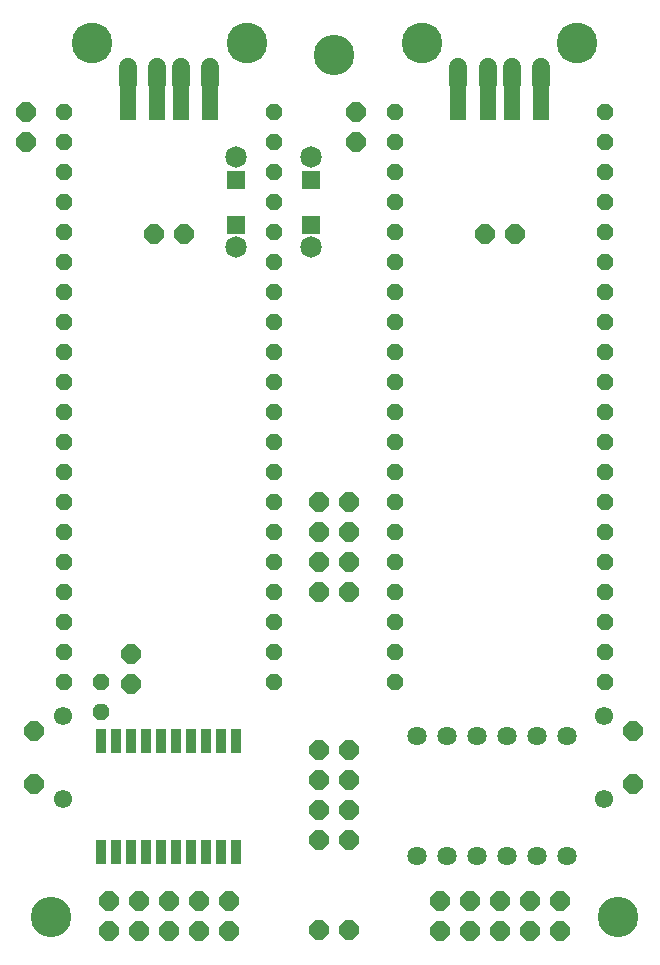
<source format=gts>
G75*
%MOIN*%
%OFA0B0*%
%FSLAX24Y24*%
%IPPOS*%
%LPD*%
%AMOC8*
5,1,8,0,0,1.08239X$1,22.5*
%
%ADD10OC8,0.0522*%
%ADD11C,0.0641*%
%ADD12OC8,0.0650*%
%ADD13C,0.0610*%
%ADD14R,0.0326X0.0818*%
%ADD15OC8,0.0530*%
%ADD16C,0.1350*%
%ADD17C,0.0611*%
%ADD18C,0.1356*%
%ADD19R,0.0522X0.1231*%
%ADD20R,0.0601X0.0601*%
%ADD21C,0.0719*%
%ADD22R,0.0404X0.0404*%
D10*
X003162Y012803D03*
X003162Y013803D03*
X003162Y014803D03*
X003162Y015803D03*
X003162Y016803D03*
X003162Y017803D03*
X003162Y018803D03*
X003162Y019803D03*
X003162Y020803D03*
X003162Y021803D03*
X003162Y022803D03*
X003162Y023803D03*
X003162Y024803D03*
X003162Y025803D03*
X003162Y026803D03*
X003162Y027803D03*
X003162Y028803D03*
X003162Y029803D03*
X003162Y030803D03*
X003162Y031803D03*
X010162Y031803D03*
X010162Y030803D03*
X010162Y029803D03*
X010162Y028803D03*
X010162Y027803D03*
X010162Y026803D03*
X010162Y025803D03*
X010162Y024803D03*
X010162Y023803D03*
X010162Y022803D03*
X010162Y021803D03*
X010162Y020803D03*
X010162Y019803D03*
X010162Y018803D03*
X010162Y017803D03*
X010162Y016803D03*
X010162Y015803D03*
X010162Y014803D03*
X010162Y013803D03*
X010162Y012803D03*
X014185Y012803D03*
X014185Y013803D03*
X014185Y014803D03*
X014185Y015803D03*
X014185Y016803D03*
X014185Y017803D03*
X014185Y018803D03*
X014185Y019803D03*
X014185Y020803D03*
X014185Y021803D03*
X014185Y022803D03*
X014185Y023803D03*
X014185Y024803D03*
X014185Y025803D03*
X014185Y026803D03*
X014185Y027803D03*
X014185Y028803D03*
X014185Y029803D03*
X014185Y030803D03*
X014185Y031803D03*
X021185Y031803D03*
X021185Y030803D03*
X021185Y029803D03*
X021185Y028803D03*
X021185Y027803D03*
X021185Y026803D03*
X021185Y025803D03*
X021185Y024803D03*
X021185Y023803D03*
X021185Y022803D03*
X021185Y021803D03*
X021185Y020803D03*
X021185Y019803D03*
X021185Y018803D03*
X021185Y017803D03*
X021185Y016803D03*
X021185Y015803D03*
X021185Y014803D03*
X021185Y013803D03*
X021185Y012803D03*
D11*
X019924Y011000D03*
X018924Y011000D03*
X017924Y011000D03*
X016924Y011000D03*
X015924Y011000D03*
X014924Y011000D03*
X014924Y007000D03*
X015924Y007000D03*
X016924Y007000D03*
X017924Y007000D03*
X018924Y007000D03*
X019924Y007000D03*
D12*
X019685Y005500D03*
X019685Y004500D03*
X018685Y004500D03*
X018685Y005500D03*
X017685Y005500D03*
X017685Y004500D03*
X016685Y004500D03*
X016685Y005500D03*
X015685Y005500D03*
X015685Y004500D03*
X012650Y004553D03*
X011650Y004553D03*
X011650Y007553D03*
X011650Y008553D03*
X011650Y009553D03*
X011650Y010553D03*
X012650Y010553D03*
X012650Y009553D03*
X012650Y008553D03*
X012650Y007553D03*
X008662Y005500D03*
X008662Y004500D03*
X007662Y004500D03*
X007662Y005500D03*
X006662Y005500D03*
X006662Y004500D03*
X005662Y004500D03*
X005662Y005500D03*
X004662Y005500D03*
X004662Y004500D03*
X002160Y009413D03*
X002160Y011193D03*
X005376Y012750D03*
X005376Y013750D03*
X011650Y015803D03*
X011650Y016803D03*
X011650Y017803D03*
X011650Y018803D03*
X012650Y018803D03*
X012650Y017803D03*
X012650Y016803D03*
X012650Y015803D03*
X017185Y027750D03*
X018185Y027750D03*
X012900Y030803D03*
X012900Y031803D03*
X007162Y027750D03*
X006162Y027750D03*
X001900Y030803D03*
X001900Y031803D03*
X022140Y011193D03*
X022140Y009413D03*
D13*
X021160Y008923D03*
X021160Y011683D03*
X003140Y011683D03*
X003140Y008923D03*
D14*
X004376Y007140D03*
X004876Y007140D03*
X005376Y007140D03*
X005876Y007140D03*
X006376Y007140D03*
X006876Y007140D03*
X007376Y007140D03*
X007876Y007140D03*
X008376Y007140D03*
X008876Y007140D03*
X008876Y010860D03*
X008376Y010860D03*
X007876Y010860D03*
X007376Y010860D03*
X006876Y010860D03*
X006376Y010860D03*
X005876Y010860D03*
X005376Y010860D03*
X004876Y010860D03*
X004376Y010860D03*
D15*
X004400Y011803D03*
X004400Y012803D03*
D16*
X002725Y004990D03*
X012174Y033730D03*
X021622Y004990D03*
D17*
X019063Y032761D02*
X019063Y033322D01*
X018079Y033322D02*
X018079Y032761D01*
X017292Y032761D02*
X017292Y033322D01*
X016307Y033322D02*
X016307Y032761D01*
X008040Y032761D02*
X008040Y033322D01*
X007056Y033322D02*
X007056Y032761D01*
X006268Y032761D02*
X006268Y033322D01*
X005284Y033322D02*
X005284Y032761D01*
D18*
X004075Y034108D03*
X004075Y034108D03*
X009248Y034108D03*
X009248Y034108D03*
X015099Y034108D03*
X015099Y034108D03*
X020272Y034108D03*
X020272Y034108D03*
D19*
X019063Y032156D03*
X018079Y032156D03*
X017292Y032156D03*
X016307Y032156D03*
X008040Y032156D03*
X007056Y032156D03*
X006268Y032156D03*
X005284Y032156D03*
D20*
X008900Y029551D03*
X008900Y028055D03*
X011400Y028055D03*
X011400Y029551D03*
D21*
X011400Y030303D03*
X011400Y027303D03*
X008900Y027303D03*
X008900Y030303D03*
D22*
X004400Y011833D03*
M02*

</source>
